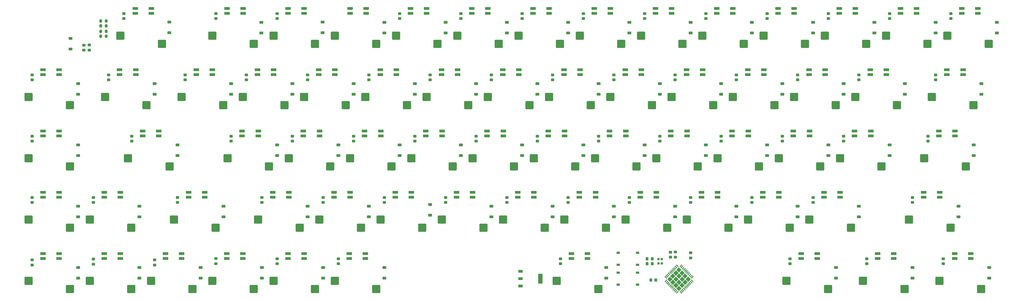
<source format=gbr>
%TF.GenerationSoftware,KiCad,Pcbnew,7.0.6*%
%TF.CreationDate,2024-03-18T14:57:41-04:00*%
%TF.ProjectId,Loadstar_70,4c6f6164-7374-4617-925f-37302e6b6963,rev?*%
%TF.SameCoordinates,Original*%
%TF.FileFunction,Paste,Top*%
%TF.FilePolarity,Positive*%
%FSLAX46Y46*%
G04 Gerber Fmt 4.6, Leading zero omitted, Abs format (unit mm)*
G04 Created by KiCad (PCBNEW 7.0.6) date 2024-03-18 14:57:41*
%MOMM*%
%LPD*%
G01*
G04 APERTURE LIST*
G04 Aperture macros list*
%AMRoundRect*
0 Rectangle with rounded corners*
0 $1 Rounding radius*
0 $2 $3 $4 $5 $6 $7 $8 $9 X,Y pos of 4 corners*
0 Add a 4 corners polygon primitive as box body*
4,1,4,$2,$3,$4,$5,$6,$7,$8,$9,$2,$3,0*
0 Add four circle primitives for the rounded corners*
1,1,$1+$1,$2,$3*
1,1,$1+$1,$4,$5*
1,1,$1+$1,$6,$7*
1,1,$1+$1,$8,$9*
0 Add four rect primitives between the rounded corners*
20,1,$1+$1,$2,$3,$4,$5,0*
20,1,$1+$1,$4,$5,$6,$7,0*
20,1,$1+$1,$6,$7,$8,$9,0*
20,1,$1+$1,$8,$9,$2,$3,0*%
%AMRotRect*
0 Rectangle, with rotation*
0 The origin of the aperture is its center*
0 $1 length*
0 $2 width*
0 $3 Rotation angle, in degrees counterclockwise*
0 Add horizontal line*
21,1,$1,$2,0,0,$3*%
G04 Aperture macros list end*
%ADD10RoundRect,0.225000X0.250000X-0.225000X0.250000X0.225000X-0.250000X0.225000X-0.250000X-0.225000X0*%
%ADD11RoundRect,0.225000X-0.375000X0.225000X-0.375000X-0.225000X0.375000X-0.225000X0.375000X0.225000X0*%
%ADD12R,1.803400X0.812800*%
%ADD13RoundRect,0.225000X0.225000X0.250000X-0.225000X0.250000X-0.225000X-0.250000X0.225000X-0.250000X0*%
%ADD14RoundRect,0.225000X-0.225000X-0.250000X0.225000X-0.250000X0.225000X0.250000X-0.225000X0.250000X0*%
%ADD15RoundRect,0.225000X-0.250000X0.225000X-0.250000X-0.225000X0.250000X-0.225000X0.250000X0.225000X0*%
%ADD16RoundRect,0.200000X-0.200000X-0.275000X0.200000X-0.275000X0.200000X0.275000X-0.200000X0.275000X0*%
%ADD17R,1.000000X0.700000*%
%ADD18RotRect,0.249200X0.893200X315.000000*%
%ADD19RotRect,0.249200X0.893200X225.000000*%
%ADD20R,0.700000X0.750000*%
%ADD21R,1.450000X0.900001*%
%ADD22R,1.450000X3.149999*%
%ADD23RoundRect,0.218750X0.256250X-0.218750X0.256250X0.218750X-0.256250X0.218750X-0.256250X-0.218750X0*%
%ADD24RoundRect,0.200000X-0.275000X0.200000X-0.275000X-0.200000X0.275000X-0.200000X0.275000X0.200000X0*%
%ADD25RoundRect,0.250000X-1.025000X-1.000000X1.025000X-1.000000X1.025000X1.000000X-1.025000X1.000000X0*%
G04 APERTURE END LIST*
%TO.C,U1*%
G36*
X229962580Y-144240000D02*
G01*
X229149407Y-145053173D01*
X228336235Y-144240000D01*
X229149407Y-143426827D01*
X229962580Y-144240000D01*
G37*
G36*
X229007986Y-143285406D02*
G01*
X228194813Y-144098579D01*
X227381641Y-143285406D01*
X228194813Y-142472233D01*
X229007986Y-143285406D01*
G37*
G36*
X228053392Y-142330812D02*
G01*
X227240219Y-143143984D01*
X226427046Y-142330812D01*
X227240219Y-141517639D01*
X228053392Y-142330812D01*
G37*
G36*
X227098798Y-141376218D02*
G01*
X226285625Y-142189390D01*
X225472452Y-141376218D01*
X226285625Y-140563045D01*
X227098798Y-141376218D01*
G37*
G36*
X229007986Y-145194594D02*
G01*
X228194813Y-146007767D01*
X227381641Y-145194594D01*
X228194813Y-144381421D01*
X229007986Y-145194594D01*
G37*
G36*
X228053392Y-144240000D02*
G01*
X227240219Y-145053173D01*
X226427046Y-144240000D01*
X227240219Y-143426827D01*
X228053392Y-144240000D01*
G37*
G36*
X227098798Y-143285406D02*
G01*
X226285625Y-144098579D01*
X225472452Y-143285406D01*
X226285625Y-142472233D01*
X227098798Y-143285406D01*
G37*
G36*
X226144204Y-142330812D02*
G01*
X225331031Y-143143984D01*
X224517858Y-142330812D01*
X225331031Y-141517639D01*
X226144204Y-142330812D01*
G37*
G36*
X228053392Y-146149188D02*
G01*
X227240219Y-146962361D01*
X226427046Y-146149188D01*
X227240219Y-145336016D01*
X228053392Y-146149188D01*
G37*
G36*
X227098798Y-145194594D02*
G01*
X226285625Y-146007767D01*
X225472452Y-145194594D01*
X226285625Y-144381421D01*
X227098798Y-145194594D01*
G37*
G36*
X226144204Y-144240000D02*
G01*
X225331031Y-145053173D01*
X224517858Y-144240000D01*
X225331031Y-143426827D01*
X226144204Y-144240000D01*
G37*
G36*
X225189609Y-143285406D02*
G01*
X224376437Y-144098579D01*
X223563264Y-143285406D01*
X224376437Y-142472233D01*
X225189609Y-143285406D01*
G37*
G36*
X227098798Y-147103782D02*
G01*
X226285625Y-147916955D01*
X225472452Y-147103782D01*
X226285625Y-146290610D01*
X227098798Y-147103782D01*
G37*
G36*
X226144204Y-146149188D02*
G01*
X225331031Y-146962361D01*
X224517858Y-146149188D01*
X225331031Y-145336016D01*
X226144204Y-146149188D01*
G37*
G36*
X225189609Y-145194594D02*
G01*
X224376437Y-146007767D01*
X223563264Y-145194594D01*
X224376437Y-144381421D01*
X225189609Y-145194594D01*
G37*
G36*
X224235015Y-144240000D02*
G01*
X223421843Y-145053173D01*
X222608670Y-144240000D01*
X223421843Y-143426827D01*
X224235015Y-144240000D01*
G37*
%TD*%
D10*
%TO.C,C63*%
X308451250Y-139443125D03*
X308451250Y-137893125D03*
%TD*%
D11*
%TO.C,D54*%
X129857500Y-121540000D03*
X129857500Y-124840000D03*
%TD*%
%TO.C,D46*%
X282257500Y-121540000D03*
X282257500Y-124840000D03*
%TD*%
D10*
%TO.C,C27*%
X167957500Y-82293125D03*
X167957500Y-80743125D03*
%TD*%
D11*
%TO.C,D61*%
X275113750Y-140590000D03*
X275113750Y-143890000D03*
%TD*%
%TO.C,D23*%
X182245000Y-83440000D03*
X182245000Y-86740000D03*
%TD*%
%TO.C,D45*%
X313213750Y-121540000D03*
X313213750Y-124840000D03*
%TD*%
D10*
%TO.C,C34*%
X25082500Y-82293125D03*
X25082500Y-80743125D03*
%TD*%
D12*
%TO.C,LED25*%
X133391275Y-80648175D03*
X133391275Y-79149575D03*
X138395075Y-79149575D03*
X138395075Y-80648175D03*
%TD*%
D11*
%TO.C,D57*%
X58420000Y-121540000D03*
X58420000Y-124840000D03*
%TD*%
D12*
%TO.C,LED54*%
X118983125Y-118748175D03*
X118983125Y-117249575D03*
X123986925Y-117249575D03*
X123986925Y-118748175D03*
%TD*%
D10*
%TO.C,C48*%
X25082500Y-101343125D03*
X25082500Y-99793125D03*
%TD*%
%TO.C,C47*%
X56038750Y-101343125D03*
X56038750Y-99793125D03*
%TD*%
D13*
%TO.C,C73*%
X217942148Y-139422250D03*
X216392148Y-139422250D03*
%TD*%
D12*
%TO.C,LED40*%
X128508125Y-99698175D03*
X128508125Y-98199575D03*
X133511925Y-98199575D03*
X133511925Y-99698175D03*
%TD*%
%TO.C,LED18*%
X266741275Y-80648175D03*
X266741275Y-79149575D03*
X271745075Y-79149575D03*
X271745075Y-80648175D03*
%TD*%
D10*
%TO.C,C4*%
X63148125Y-139833750D03*
X63148125Y-138283750D03*
%TD*%
D11*
%TO.C,D59*%
X322738750Y-140590000D03*
X322738750Y-143890000D03*
%TD*%
D10*
%TO.C,C36*%
X277495000Y-101343125D03*
X277495000Y-99793125D03*
%TD*%
D12*
%TO.C,LED8*%
X180895625Y-61598175D03*
X180895625Y-60099575D03*
X185899425Y-60099575D03*
X185899425Y-61598175D03*
%TD*%
D10*
%TO.C,C26*%
X187007500Y-82293125D03*
X187007500Y-80743125D03*
%TD*%
D11*
%TO.C,D11*%
X153670000Y-64390000D03*
X153670000Y-67690000D03*
%TD*%
%TO.C,D60*%
X298926250Y-140590000D03*
X298926250Y-143890000D03*
%TD*%
%TO.C,D26*%
X125095000Y-83440000D03*
X125095000Y-86740000D03*
%TD*%
D12*
%TO.C,LED11*%
X123999625Y-61598175D03*
X123999625Y-60099575D03*
X129003425Y-60099575D03*
X129003425Y-61598175D03*
%TD*%
D10*
%TO.C,C28*%
X148907500Y-82293125D03*
X148907500Y-80743125D03*
%TD*%
%TO.C,C23*%
X244157500Y-82293125D03*
X244157500Y-80743125D03*
%TD*%
D14*
%TO.C,C1*%
X217510625Y-144505000D03*
X219060625Y-144505000D03*
%TD*%
D11*
%TO.C,D19*%
X258445000Y-83440000D03*
X258445000Y-86740000D03*
%TD*%
%TO.C,D7*%
X229870000Y-64390000D03*
X229870000Y-67690000D03*
%TD*%
D12*
%TO.C,LED30*%
X28495625Y-80648175D03*
X28495625Y-79149575D03*
X33499425Y-79149575D03*
X33499425Y-80648175D03*
%TD*%
D15*
%TO.C,C15*%
X41135625Y-71530000D03*
X41135625Y-73080000D03*
%TD*%
D16*
%TO.C,R3*%
X46460625Y-67240000D03*
X48110625Y-67240000D03*
%TD*%
D12*
%TO.C,LED42*%
X90408125Y-99698175D03*
X90408125Y-98199575D03*
X95411925Y-98199575D03*
X95411925Y-99698175D03*
%TD*%
D11*
%TO.C,D17*%
X296545000Y-83440000D03*
X296545000Y-86740000D03*
%TD*%
%TO.C,D14*%
X96370000Y-64390000D03*
X96370000Y-67690000D03*
%TD*%
D12*
%TO.C,LED17*%
X285791275Y-80648175D03*
X285791275Y-79149575D03*
X290795075Y-79149575D03*
X290795075Y-80648175D03*
%TD*%
D11*
%TO.C,D25*%
X144145000Y-83440000D03*
X144145000Y-86740000D03*
%TD*%
D10*
%TO.C,C52*%
X229870000Y-120393125D03*
X229870000Y-118843125D03*
%TD*%
D12*
%TO.C,LED65*%
X85645625Y-137798175D03*
X85645625Y-136299575D03*
X90649425Y-136299575D03*
X90649425Y-137798175D03*
%TD*%
%TO.C,LED56*%
X73739375Y-118748175D03*
X73739375Y-117249575D03*
X78743175Y-117249575D03*
X78743175Y-118748175D03*
%TD*%
%TO.C,LED23*%
X171491275Y-80648175D03*
X171491275Y-79149575D03*
X176495075Y-79149575D03*
X176495075Y-80648175D03*
%TD*%
D10*
%TO.C,C33*%
X48895000Y-82293125D03*
X48895000Y-80743125D03*
%TD*%
D12*
%TO.C,LED28*%
X76120625Y-80648175D03*
X76120625Y-79149575D03*
X81124425Y-79149575D03*
X81124425Y-80648175D03*
%TD*%
D10*
%TO.C,C50*%
X267970000Y-120393125D03*
X267970000Y-118843125D03*
%TD*%
%TO.C,C30*%
X110807500Y-82293125D03*
X110807500Y-80743125D03*
%TD*%
D12*
%TO.C,LED60*%
X288051875Y-137798175D03*
X288051875Y-136299575D03*
X293055675Y-136299575D03*
X293055675Y-137798175D03*
%TD*%
D10*
%TO.C,C13*%
X158432500Y-63243125D03*
X158432500Y-61693125D03*
%TD*%
%TO.C,C39*%
X220345000Y-101343125D03*
X220345000Y-99793125D03*
%TD*%
D11*
%TO.C,D48*%
X244157500Y-121540000D03*
X244157500Y-124840000D03*
%TD*%
D12*
%TO.C,LED2*%
X295195625Y-61598175D03*
X295195625Y-60099575D03*
X300199425Y-60099575D03*
X300199425Y-61598175D03*
%TD*%
D10*
%TO.C,C42*%
X163195000Y-101343125D03*
X163195000Y-99793125D03*
%TD*%
D12*
%TO.C,LED37*%
X185658125Y-99698175D03*
X185658125Y-98199575D03*
X190661925Y-98199575D03*
X190661925Y-99698175D03*
%TD*%
D17*
%TO.C,Boot1*%
X207385625Y-142255000D03*
X213385625Y-142255000D03*
X207385625Y-145955000D03*
X213385625Y-145955000D03*
%TD*%
D10*
%TO.C,C60*%
X70326250Y-120393125D03*
X70326250Y-118843125D03*
%TD*%
D11*
%TO.C,D15*%
X67795000Y-64340000D03*
X67795000Y-67640000D03*
%TD*%
D10*
%TO.C,C14*%
X139382500Y-63243125D03*
X139382500Y-61693125D03*
%TD*%
%TO.C,C53*%
X210820000Y-120393125D03*
X210820000Y-118843125D03*
%TD*%
D17*
%TO.C,Reset1*%
X207385625Y-136055000D03*
X213385625Y-136055000D03*
X207385625Y-139755000D03*
X213385625Y-139755000D03*
%TD*%
D12*
%TO.C,LED38*%
X166608125Y-99698175D03*
X166608125Y-98199575D03*
X171611925Y-98199575D03*
X171611925Y-99698175D03*
%TD*%
%TO.C,LED27*%
X95170625Y-80648175D03*
X95170625Y-79149575D03*
X100174425Y-79149575D03*
X100174425Y-80648175D03*
%TD*%
D11*
%TO.C,D36*%
X215582500Y-102490000D03*
X215582500Y-105790000D03*
%TD*%
%TO.C,D31*%
X317976250Y-102490000D03*
X317976250Y-105790000D03*
%TD*%
D10*
%TO.C,C43*%
X144145000Y-101343125D03*
X144145000Y-99793125D03*
%TD*%
D11*
%TO.C,D63*%
X134620000Y-140590000D03*
X134620000Y-143890000D03*
%TD*%
D12*
%TO.C,LED57*%
X47545625Y-118748175D03*
X47545625Y-117249575D03*
X52549425Y-117249575D03*
X52549425Y-118748175D03*
%TD*%
%TO.C,LED59*%
X311985025Y-137798175D03*
X311985025Y-136299575D03*
X316988825Y-136299575D03*
X316988825Y-137798175D03*
%TD*%
%TO.C,LED16*%
X309603775Y-80648175D03*
X309603775Y-79149575D03*
X314607575Y-79149575D03*
X314607575Y-80648175D03*
%TD*%
D11*
%TO.C,D58*%
X39370000Y-121540000D03*
X39370000Y-124840000D03*
%TD*%
%TO.C,D34*%
X253682500Y-102490000D03*
X253682500Y-105790000D03*
%TD*%
D10*
%TO.C,C58*%
X115570000Y-120393125D03*
X115570000Y-118843125D03*
%TD*%
%TO.C,C5*%
X310832500Y-63243125D03*
X310832500Y-61693125D03*
%TD*%
D11*
%TO.C,D6*%
X248920000Y-64390000D03*
X248920000Y-67690000D03*
%TD*%
%TO.C,D41*%
X120332500Y-102490000D03*
X120332500Y-105790000D03*
%TD*%
D10*
%TO.C,C55*%
X172720000Y-120393125D03*
X172720000Y-118843125D03*
%TD*%
D11*
%TO.C,D49*%
X225107500Y-121540000D03*
X225107500Y-124840000D03*
%TD*%
D18*
%TO.C,U1*%
X230391511Y-143669648D03*
X230037959Y-143316095D03*
X229684404Y-142962541D03*
X229330852Y-142608988D03*
X228977297Y-142255433D03*
X228623744Y-141901881D03*
X228270192Y-141548328D03*
X227916637Y-141194773D03*
X227563084Y-140841221D03*
X227209530Y-140487666D03*
X226855977Y-140134114D03*
D19*
X225715273Y-140134114D03*
X225361720Y-140487666D03*
X225008166Y-140841221D03*
X224654613Y-141194773D03*
X224301058Y-141548328D03*
X223947506Y-141901881D03*
X223593953Y-142255433D03*
X223240398Y-142608988D03*
X222886846Y-142962541D03*
X222533291Y-143316095D03*
X222179739Y-143669648D03*
D18*
X222179739Y-144810352D03*
X222533291Y-145163905D03*
X222886846Y-145517459D03*
X223240398Y-145871012D03*
X223593953Y-146224567D03*
X223947506Y-146578119D03*
X224301058Y-146931672D03*
X224654613Y-147285227D03*
X225008166Y-147638779D03*
X225361720Y-147992334D03*
X225715273Y-148345886D03*
D19*
X226855977Y-148345886D03*
X227209530Y-147992334D03*
X227563084Y-147638779D03*
X227916637Y-147285227D03*
X228270192Y-146931672D03*
X228623744Y-146578119D03*
X228977297Y-146224567D03*
X229330852Y-145871012D03*
X229684404Y-145517459D03*
X230037959Y-145163905D03*
X230391511Y-144810352D03*
%TD*%
D12*
%TO.C,LED46*%
X271383125Y-118748175D03*
X271383125Y-117249575D03*
X276386925Y-117249575D03*
X276386925Y-118748175D03*
%TD*%
%TO.C,LED64*%
X104695625Y-137798175D03*
X104695625Y-136299575D03*
X109699425Y-136299575D03*
X109699425Y-137798175D03*
%TD*%
%TO.C,LED52*%
X157083125Y-118748175D03*
X157083125Y-117249575D03*
X162086925Y-117249575D03*
X162086925Y-118748175D03*
%TD*%
D10*
%TO.C,C7*%
X272732500Y-63243125D03*
X272732500Y-61693125D03*
%TD*%
D12*
%TO.C,LED31*%
X307101875Y-99698175D03*
X307101875Y-98199575D03*
X312105675Y-98199575D03*
X312105675Y-99698175D03*
%TD*%
D10*
%TO.C,C3*%
X25082500Y-139833750D03*
X25082500Y-138283750D03*
%TD*%
%TO.C,C6*%
X291782500Y-63243125D03*
X291782500Y-61693125D03*
%TD*%
%TO.C,C44*%
X125095000Y-101343125D03*
X125095000Y-99793125D03*
%TD*%
D12*
%TO.C,LED21*%
X209591275Y-80648175D03*
X209591275Y-79149575D03*
X214595075Y-79149575D03*
X214595075Y-80648175D03*
%TD*%
%TO.C,LED5*%
X238045625Y-61598175D03*
X238045625Y-60099575D03*
X243049425Y-60099575D03*
X243049425Y-61598175D03*
%TD*%
D10*
%TO.C,C31*%
X91757500Y-82293125D03*
X91757500Y-80743125D03*
%TD*%
%TO.C,C20*%
X306070000Y-82293125D03*
X306070000Y-80743125D03*
%TD*%
D12*
%TO.C,LED24*%
X152441275Y-80648175D03*
X152441275Y-79149575D03*
X157445075Y-79149575D03*
X157445075Y-80648175D03*
%TD*%
D11*
%TO.C,D13*%
X115420000Y-64340000D03*
X115420000Y-67640000D03*
%TD*%
%TO.C,D33*%
X272732500Y-102490000D03*
X272732500Y-105790000D03*
%TD*%
D12*
%TO.C,LED35*%
X223758125Y-99698175D03*
X223758125Y-98199575D03*
X228761925Y-98199575D03*
X228761925Y-99698175D03*
%TD*%
D10*
%TO.C,C64*%
X284638750Y-139443125D03*
X284638750Y-137893125D03*
%TD*%
%TO.C,C11*%
X196532500Y-63243125D03*
X196532500Y-61693125D03*
%TD*%
%TO.C,C35*%
X303688750Y-101343125D03*
X303688750Y-99793125D03*
%TD*%
D12*
%TO.C,LED44*%
X28495625Y-99698175D03*
X28495625Y-98199575D03*
X33499425Y-98199575D03*
X33499425Y-99698175D03*
%TD*%
%TO.C,LED68*%
X28495625Y-137798175D03*
X28495625Y-136299575D03*
X33499425Y-136299575D03*
X33499425Y-137798175D03*
%TD*%
D10*
%TO.C,C19*%
X82232500Y-139418125D03*
X82232500Y-137868125D03*
%TD*%
%TO.C,C57*%
X134620000Y-120393125D03*
X134620000Y-118843125D03*
%TD*%
D11*
%TO.C,D39*%
X158432500Y-102490000D03*
X158432500Y-105790000D03*
%TD*%
%TO.C,D21*%
X220345000Y-83440000D03*
X220345000Y-86740000D03*
%TD*%
D12*
%TO.C,LED43*%
X59451875Y-99698175D03*
X59451875Y-98199575D03*
X64455675Y-98199575D03*
X64455675Y-99698175D03*
%TD*%
D11*
%TO.C,D2*%
X325120000Y-64390000D03*
X325120000Y-67690000D03*
%TD*%
D10*
%TO.C,C38*%
X239395000Y-101343125D03*
X239395000Y-99793125D03*
%TD*%
D11*
%TO.C,D4*%
X287020000Y-64390000D03*
X287020000Y-67690000D03*
%TD*%
%TO.C,D67*%
X58420000Y-140590000D03*
X58420000Y-143890000D03*
%TD*%
D12*
%TO.C,LED7*%
X199945625Y-61598175D03*
X199945625Y-60099575D03*
X204949425Y-60099575D03*
X204949425Y-61598175D03*
%TD*%
%TO.C,LED41*%
X109458125Y-99698175D03*
X109458125Y-98199575D03*
X114461925Y-98199575D03*
X114461925Y-99698175D03*
%TD*%
%TO.C,LED48*%
X233283125Y-118748175D03*
X233283125Y-117249575D03*
X238286925Y-117249575D03*
X238286925Y-118748175D03*
%TD*%
D11*
%TO.C,D40*%
X139382500Y-102490000D03*
X139382500Y-105790000D03*
%TD*%
D12*
%TO.C,LED66*%
X66595625Y-137798175D03*
X66595625Y-136299575D03*
X71599425Y-136299575D03*
X71599425Y-137798175D03*
%TD*%
D11*
%TO.C,D38*%
X177482500Y-102490000D03*
X177482500Y-105790000D03*
%TD*%
D16*
%TO.C,R4*%
X46460625Y-68740000D03*
X48110625Y-68740000D03*
%TD*%
D12*
%TO.C,LED14*%
X57159525Y-61598175D03*
X57159525Y-60099575D03*
X62163325Y-60099575D03*
X62163325Y-61598175D03*
%TD*%
D15*
%TO.C,C71*%
X44132500Y-138025000D03*
X44132500Y-139575000D03*
%TD*%
D12*
%TO.C,LED3*%
X276145625Y-61598175D03*
X276145625Y-60099575D03*
X281149425Y-60099575D03*
X281149425Y-61598175D03*
%TD*%
%TO.C,LED67*%
X47545625Y-137798175D03*
X47545625Y-136299575D03*
X52549425Y-136299575D03*
X52549425Y-137798175D03*
%TD*%
%TO.C,LED39*%
X147558125Y-99698175D03*
X147558125Y-98199575D03*
X152561925Y-98199575D03*
X152561925Y-99698175D03*
%TD*%
%TO.C,LED1*%
X314245625Y-61598175D03*
X314245625Y-60099575D03*
X319249425Y-60099575D03*
X319249425Y-61598175D03*
%TD*%
D11*
%TO.C,D28*%
X86995000Y-83440000D03*
X86995000Y-86740000D03*
%TD*%
%TO.C,D30*%
X39370000Y-83440000D03*
X39370000Y-86740000D03*
%TD*%
D12*
%TO.C,LED47*%
X252333125Y-118748175D03*
X252333125Y-117249575D03*
X257336925Y-117249575D03*
X257336925Y-118748175D03*
%TD*%
D10*
%TO.C,C61*%
X44132500Y-120393125D03*
X44132500Y-118843125D03*
%TD*%
D13*
%TO.C,C72*%
X217942148Y-137898250D03*
X216392148Y-137898250D03*
%TD*%
D11*
%TO.C,D27*%
X106045000Y-83440000D03*
X106045000Y-86740000D03*
%TD*%
D12*
%TO.C,LED50*%
X195303775Y-118748175D03*
X195303775Y-117249575D03*
X200307575Y-117249575D03*
X200307575Y-118748175D03*
%TD*%
D11*
%TO.C,D42*%
X101282500Y-102490000D03*
X101282500Y-105790000D03*
%TD*%
%TO.C,D50*%
X206057500Y-121540000D03*
X206057500Y-124840000D03*
%TD*%
D12*
%TO.C,LED45*%
X302339375Y-118748175D03*
X302339375Y-117249575D03*
X307343175Y-117249575D03*
X307343175Y-118748175D03*
%TD*%
D10*
%TO.C,C59*%
X96520000Y-120393125D03*
X96520000Y-118843125D03*
%TD*%
D16*
%TO.C,R1*%
X46460625Y-63990000D03*
X48110625Y-63990000D03*
%TD*%
D10*
%TO.C,C9*%
X234632500Y-63243125D03*
X234632500Y-61693125D03*
%TD*%
D12*
%TO.C,LED20*%
X228641275Y-80648175D03*
X228641275Y-79149575D03*
X233645075Y-79149575D03*
X233645075Y-80648175D03*
%TD*%
D11*
%TO.C,D37*%
X196532500Y-102490000D03*
X196532500Y-105790000D03*
%TD*%
D12*
%TO.C,LED63*%
X123745625Y-137798175D03*
X123745625Y-136299575D03*
X128749425Y-136299575D03*
X128749425Y-137798175D03*
%TD*%
D10*
%TO.C,C49*%
X298926250Y-120393125D03*
X298926250Y-118843125D03*
%TD*%
D12*
%TO.C,LED4*%
X257095625Y-61598175D03*
X257095625Y-60099575D03*
X262099425Y-60099575D03*
X262099425Y-61598175D03*
%TD*%
D11*
%TO.C,D29*%
X63182500Y-83440000D03*
X63182500Y-86740000D03*
%TD*%
D15*
%TO.C,C70*%
X229885625Y-136080000D03*
X229885625Y-137630000D03*
%TD*%
D20*
%TO.C,Y1*%
X220915273Y-139335250D03*
X220915273Y-137985250D03*
X219915273Y-137985250D03*
X219915273Y-139335250D03*
%TD*%
D12*
%TO.C,LED49*%
X214233125Y-118748175D03*
X214233125Y-117249575D03*
X219236925Y-117249575D03*
X219236925Y-118748175D03*
%TD*%
D11*
%TO.C,D55*%
X110807500Y-121540000D03*
X110807500Y-124840000D03*
%TD*%
D10*
%TO.C,C41*%
X182245000Y-101343125D03*
X182245000Y-99793125D03*
%TD*%
D11*
%TO.C,D64*%
X115570000Y-140590000D03*
X115570000Y-143890000D03*
%TD*%
D10*
%TO.C,C22*%
X263207500Y-82293125D03*
X263207500Y-80743125D03*
%TD*%
D11*
%TO.C,D62*%
X203676250Y-140590000D03*
X203676250Y-143890000D03*
%TD*%
D12*
%TO.C,LED26*%
X114220625Y-80648175D03*
X114220625Y-79149575D03*
X119224425Y-79149575D03*
X119224425Y-80648175D03*
%TD*%
D10*
%TO.C,C16*%
X101282500Y-63243125D03*
X101282500Y-61693125D03*
%TD*%
D11*
%TO.C,D3*%
X306070000Y-64390000D03*
X306070000Y-67690000D03*
%TD*%
D12*
%TO.C,LED55*%
X99933125Y-118748175D03*
X99933125Y-117249575D03*
X104936925Y-117249575D03*
X104936925Y-118748175D03*
%TD*%
D10*
%TO.C,C32*%
X72707500Y-82293125D03*
X72707500Y-80743125D03*
%TD*%
D11*
%TO.C,D20*%
X239395000Y-83440000D03*
X239395000Y-86740000D03*
%TD*%
D10*
%TO.C,C65*%
X260826250Y-139443125D03*
X260826250Y-137893125D03*
%TD*%
D11*
%TO.C,D43*%
X70326250Y-102490000D03*
X70326250Y-105790000D03*
%TD*%
D10*
%TO.C,C24*%
X225107500Y-82293125D03*
X225107500Y-80743125D03*
%TD*%
D12*
%TO.C,LED10*%
X142795625Y-61598175D03*
X142795625Y-60099575D03*
X147799425Y-60099575D03*
X147799425Y-61598175D03*
%TD*%
D10*
%TO.C,C29*%
X129857500Y-82293125D03*
X129857500Y-80743125D03*
%TD*%
D12*
%TO.C,LED62*%
X192801875Y-137798175D03*
X192801875Y-136299575D03*
X197805675Y-136299575D03*
X197805675Y-137798175D03*
%TD*%
D11*
%TO.C,D1*%
X37035625Y-69440000D03*
X37035625Y-72740000D03*
%TD*%
D10*
%TO.C,C12*%
X177482500Y-63243125D03*
X177482500Y-61693125D03*
%TD*%
D11*
%TO.C,D53*%
X148907500Y-121080625D03*
X148907500Y-124380625D03*
%TD*%
D12*
%TO.C,LED6*%
X218995625Y-61598175D03*
X218995625Y-60099575D03*
X223999425Y-60099575D03*
X223999425Y-61598175D03*
%TD*%
%TO.C,LED13*%
X85740875Y-61598175D03*
X85740875Y-60099575D03*
X90744675Y-60099575D03*
X90744675Y-61598175D03*
%TD*%
%TO.C,LED29*%
X52308125Y-80648175D03*
X52308125Y-79149575D03*
X57311925Y-79149575D03*
X57311925Y-80648175D03*
%TD*%
D11*
%TO.C,D47*%
X263207500Y-121540000D03*
X263207500Y-124840000D03*
%TD*%
D10*
%TO.C,C56*%
X153670000Y-120393125D03*
X153670000Y-118843125D03*
%TD*%
D12*
%TO.C,LED12*%
X104695625Y-61598175D03*
X104695625Y-60099575D03*
X109699425Y-60099575D03*
X109699425Y-61598175D03*
%TD*%
%TO.C,LED9*%
X161845625Y-61598175D03*
X161845625Y-60099575D03*
X166849425Y-60099575D03*
X166849425Y-61598175D03*
%TD*%
D11*
%TO.C,D18*%
X277495000Y-83440000D03*
X277495000Y-86740000D03*
%TD*%
%TO.C,D8*%
X210820000Y-64390000D03*
X210820000Y-67690000D03*
%TD*%
%TO.C,D65*%
X96520000Y-140590000D03*
X96520000Y-143890000D03*
%TD*%
D16*
%TO.C,R2*%
X46460625Y-65548125D03*
X48110625Y-65548125D03*
%TD*%
D11*
%TO.C,D52*%
X167957500Y-121540000D03*
X167957500Y-124840000D03*
%TD*%
%TO.C,D66*%
X77470000Y-140590000D03*
X77470000Y-143890000D03*
%TD*%
D21*
%TO.C,U2*%
X176985625Y-141805000D03*
X176985625Y-144105000D03*
X176985625Y-146405000D03*
D22*
X183135625Y-144105000D03*
%TD*%
D12*
%TO.C,LED61*%
X264239375Y-137798175D03*
X264239375Y-136299575D03*
X269243175Y-136299575D03*
X269243175Y-137798175D03*
%TD*%
%TO.C,LED51*%
X176133125Y-118748175D03*
X176133125Y-117249575D03*
X181136925Y-117249575D03*
X181136925Y-118748175D03*
%TD*%
%TO.C,LED58*%
X28495625Y-118748175D03*
X28495625Y-117249575D03*
X33499425Y-117249575D03*
X33499425Y-118748175D03*
%TD*%
D10*
%TO.C,C68*%
X101282500Y-139443125D03*
X101282500Y-137893125D03*
%TD*%
D12*
%TO.C,LED53*%
X138033125Y-118748175D03*
X138033125Y-117249575D03*
X143036925Y-117249575D03*
X143036925Y-118748175D03*
%TD*%
%TO.C,LED36*%
X204708125Y-99698175D03*
X204708125Y-98199575D03*
X209711925Y-98199575D03*
X209711925Y-99698175D03*
%TD*%
D10*
%TO.C,C21*%
X282257500Y-82293125D03*
X282257500Y-80743125D03*
%TD*%
D11*
%TO.C,D5*%
X267970000Y-64390000D03*
X267970000Y-67690000D03*
%TD*%
%TO.C,D22*%
X201295000Y-83440000D03*
X201295000Y-86740000D03*
%TD*%
%TO.C,D44*%
X39370000Y-102490000D03*
X39370000Y-105790000D03*
%TD*%
D12*
%TO.C,LED32*%
X280908125Y-99698175D03*
X280908125Y-98199575D03*
X285911925Y-98199575D03*
X285911925Y-99698175D03*
%TD*%
D10*
%TO.C,C40*%
X201295000Y-101343125D03*
X201295000Y-99793125D03*
%TD*%
%TO.C,C67*%
X120332500Y-139443125D03*
X120332500Y-137893125D03*
%TD*%
%TO.C,C10*%
X215582500Y-63243125D03*
X215582500Y-61693125D03*
%TD*%
D12*
%TO.C,LED19*%
X247691275Y-80648175D03*
X247691275Y-79149575D03*
X252695075Y-79149575D03*
X252695075Y-80648175D03*
%TD*%
%TO.C,LED34*%
X242808125Y-99698175D03*
X242808125Y-98199575D03*
X247811925Y-98199575D03*
X247811925Y-99698175D03*
%TD*%
D11*
%TO.C,D56*%
X84613750Y-121540000D03*
X84613750Y-124840000D03*
%TD*%
%TO.C,D10*%
X172720000Y-64390000D03*
X172720000Y-67690000D03*
%TD*%
D10*
%TO.C,C66*%
X189388750Y-139443125D03*
X189388750Y-137893125D03*
%TD*%
D23*
%TO.C,F1*%
X42860625Y-73058750D03*
X42860625Y-71483750D03*
%TD*%
D12*
%TO.C,LED33*%
X261858125Y-99698175D03*
X261858125Y-98199575D03*
X266861925Y-98199575D03*
X266861925Y-99698175D03*
%TD*%
D10*
%TO.C,C18*%
X53657500Y-63243125D03*
X53657500Y-61693125D03*
%TD*%
%TO.C,C46*%
X86995000Y-101343125D03*
X86995000Y-99793125D03*
%TD*%
%TO.C,C51*%
X248920000Y-120393125D03*
X248920000Y-118843125D03*
%TD*%
D11*
%TO.C,D12*%
X134620000Y-64390000D03*
X134620000Y-67690000D03*
%TD*%
D10*
%TO.C,C45*%
X106045000Y-101343125D03*
X106045000Y-99793125D03*
%TD*%
D11*
%TO.C,D9*%
X191770000Y-64390000D03*
X191770000Y-67690000D03*
%TD*%
D10*
%TO.C,C8*%
X253682500Y-63243125D03*
X253682500Y-61693125D03*
%TD*%
D11*
%TO.C,D16*%
X320357500Y-83440000D03*
X320357500Y-86740000D03*
%TD*%
%TO.C,D32*%
X291782500Y-102490000D03*
X291782500Y-105790000D03*
%TD*%
D12*
%TO.C,LED22*%
X190541275Y-80648175D03*
X190541275Y-79149575D03*
X195545075Y-79149575D03*
X195545075Y-80648175D03*
%TD*%
D10*
%TO.C,C25*%
X206057500Y-82293125D03*
X206057500Y-80743125D03*
%TD*%
D11*
%TO.C,D35*%
X234632500Y-102490000D03*
X234632500Y-105790000D03*
%TD*%
%TO.C,D68*%
X39370000Y-140590000D03*
X39370000Y-143890000D03*
%TD*%
D10*
%TO.C,C62*%
X25082500Y-120393125D03*
X25082500Y-118843125D03*
%TD*%
D11*
%TO.C,D51*%
X187007500Y-121540000D03*
X187007500Y-124840000D03*
%TD*%
D10*
%TO.C,C54*%
X191770000Y-120393125D03*
X191770000Y-118843125D03*
%TD*%
D11*
%TO.C,D24*%
X163195000Y-83440000D03*
X163195000Y-86740000D03*
%TD*%
D24*
%TO.C,R5*%
X225165273Y-135796250D03*
X225165273Y-137446250D03*
%TD*%
D10*
%TO.C,C17*%
X82232500Y-63243125D03*
X82232500Y-61693125D03*
%TD*%
%TO.C,C37*%
X258445000Y-101343125D03*
X258445000Y-99793125D03*
%TD*%
D15*
%TO.C,C2*%
X223665273Y-135846250D03*
X223665273Y-137396250D03*
%TD*%
D25*
%TO.C,SW45*%
X297794375Y-125730000D03*
X310721375Y-128270000D03*
%TD*%
%TO.C,SW43*%
X54906875Y-106680000D03*
X67833875Y-109220000D03*
%TD*%
%TO.C,SW34*%
X238263125Y-106680000D03*
X251190125Y-109220000D03*
%TD*%
%TO.C,SW32*%
X276363125Y-106680000D03*
X289290125Y-109220000D03*
%TD*%
%TO.C,SW62*%
X188256875Y-144780000D03*
X201183875Y-147320000D03*
%TD*%
%TO.C,SW16*%
X304938125Y-87630000D03*
X317865125Y-90170000D03*
%TD*%
%TO.C,SW10*%
X157300625Y-68580000D03*
X170227625Y-71120000D03*
%TD*%
%TO.C,SW49*%
X209688125Y-125730000D03*
X222615125Y-128270000D03*
%TD*%
%TO.C,SW41*%
X104913125Y-106680000D03*
X117840125Y-109220000D03*
%TD*%
%TO.C,SW65*%
X81100625Y-144780000D03*
X94027625Y-147320000D03*
%TD*%
%TO.C,SW60*%
X283506875Y-144780000D03*
X296433875Y-147320000D03*
%TD*%
%TO.C,SW11*%
X138250625Y-68580000D03*
X151177625Y-71120000D03*
%TD*%
%TO.C,SW47*%
X247788125Y-125730000D03*
X260715125Y-128270000D03*
%TD*%
%TO.C,SW35*%
X219213125Y-106680000D03*
X232140125Y-109220000D03*
%TD*%
%TO.C,SW13*%
X100150625Y-68580000D03*
X113077625Y-71120000D03*
%TD*%
%TO.C,SW36*%
X200163125Y-106680000D03*
X213090125Y-109220000D03*
%TD*%
%TO.C,SW63*%
X119200625Y-144780000D03*
X132127625Y-147320000D03*
%TD*%
%TO.C,SW26*%
X109675625Y-87630000D03*
X122602625Y-90170000D03*
%TD*%
%TO.C,SW24*%
X147775625Y-87630000D03*
X160702625Y-90170000D03*
%TD*%
%TO.C,SW23*%
X166825625Y-87630000D03*
X179752625Y-90170000D03*
%TD*%
%TO.C,SW28*%
X71575625Y-87630000D03*
X84502625Y-90170000D03*
%TD*%
%TO.C,SW51*%
X171588125Y-125730000D03*
X184515125Y-128270000D03*
%TD*%
%TO.C,SW15*%
X52551025Y-68580000D03*
X65478025Y-71120000D03*
%TD*%
%TO.C,SW39*%
X143013125Y-106680000D03*
X155940125Y-109220000D03*
%TD*%
%TO.C,SW54*%
X114438125Y-125730000D03*
X127365125Y-128270000D03*
%TD*%
%TO.C,SW31*%
X302556875Y-106680000D03*
X315483875Y-109220000D03*
%TD*%
%TO.C,SW20*%
X223975625Y-87630000D03*
X236902625Y-90170000D03*
%TD*%
%TO.C,SW14*%
X81100625Y-68580000D03*
X94027625Y-71120000D03*
%TD*%
%TO.C,SW22*%
X185875625Y-87630000D03*
X198802625Y-90170000D03*
%TD*%
%TO.C,SW53*%
X133488125Y-125730000D03*
X146415125Y-128270000D03*
%TD*%
%TO.C,SW3*%
X290650625Y-68580000D03*
X303577625Y-71120000D03*
%TD*%
%TO.C,SW56*%
X69194375Y-125730000D03*
X82121375Y-128270000D03*
%TD*%
%TO.C,SW38*%
X162063125Y-106680000D03*
X174990125Y-109220000D03*
%TD*%
%TO.C,SW58*%
X23950625Y-125730000D03*
X36877625Y-128270000D03*
%TD*%
%TO.C,SW55*%
X95388125Y-125730000D03*
X108315125Y-128270000D03*
%TD*%
%TO.C,SW12*%
X119200625Y-68580000D03*
X132127625Y-71120000D03*
%TD*%
%TO.C,SW17*%
X281125625Y-87630000D03*
X294052625Y-90170000D03*
%TD*%
%TO.C,SW68*%
X23950625Y-144780000D03*
X36877625Y-147320000D03*
%TD*%
%TO.C,SW37*%
X181113125Y-106680000D03*
X194040125Y-109220000D03*
%TD*%
%TO.C,SW7*%
X214450625Y-68580000D03*
X227377625Y-71120000D03*
%TD*%
%TO.C,SW2*%
X309700625Y-68580000D03*
X322627625Y-71120000D03*
%TD*%
%TO.C,SW64*%
X100150625Y-144780000D03*
X113077625Y-147320000D03*
%TD*%
%TO.C,SW48*%
X228738125Y-125730000D03*
X241665125Y-128270000D03*
%TD*%
%TO.C,SW42*%
X85863125Y-106680000D03*
X98790125Y-109220000D03*
%TD*%
%TO.C,SW67*%
X43000625Y-144780000D03*
X55927625Y-147320000D03*
%TD*%
%TO.C,SW57*%
X43000625Y-125730000D03*
X55927625Y-128270000D03*
%TD*%
%TO.C,SW19*%
X243025625Y-87630000D03*
X255952625Y-90170000D03*
%TD*%
%TO.C,SW25*%
X128725625Y-87630000D03*
X141652625Y-90170000D03*
%TD*%
%TO.C,SW61*%
X259694375Y-144780000D03*
X272621375Y-147320000D03*
%TD*%
%TO.C,SW27*%
X90625625Y-87630000D03*
X103552625Y-90170000D03*
%TD*%
%TO.C,SW66*%
X62050625Y-144780000D03*
X74977625Y-147320000D03*
%TD*%
%TO.C,SW9*%
X176350625Y-68580000D03*
X189277625Y-71120000D03*
%TD*%
%TO.C,SW44*%
X23950625Y-106680000D03*
X36877625Y-109220000D03*
%TD*%
%TO.C,SW40*%
X123963125Y-106680000D03*
X136890125Y-109220000D03*
%TD*%
%TO.C,SW50*%
X190638125Y-125730000D03*
X203565125Y-128270000D03*
%TD*%
%TO.C,SW4*%
X271600625Y-68580000D03*
X284527625Y-71120000D03*
%TD*%
%TO.C,SW18*%
X262075625Y-87630000D03*
X275002625Y-90170000D03*
%TD*%
%TO.C,SW5*%
X252550625Y-68580000D03*
X265477625Y-71120000D03*
%TD*%
%TO.C,SW29*%
X47763125Y-87630000D03*
X60690125Y-90170000D03*
%TD*%
%TO.C,SW52*%
X152538125Y-125730000D03*
X165465125Y-128270000D03*
%TD*%
%TO.C,SW30*%
X23950625Y-87630000D03*
X36877625Y-90170000D03*
%TD*%
%TO.C,SW46*%
X266838125Y-125730000D03*
X279765125Y-128270000D03*
%TD*%
%TO.C,SW8*%
X195400625Y-68580000D03*
X208327625Y-71120000D03*
%TD*%
%TO.C,SW6*%
X233500625Y-68580000D03*
X246427625Y-71120000D03*
%TD*%
%TO.C,SW59*%
X307319375Y-144780000D03*
X320246375Y-147320000D03*
%TD*%
%TO.C,SW33*%
X257313125Y-106680000D03*
X270240125Y-109220000D03*
%TD*%
%TO.C,SW21*%
X204925625Y-87630000D03*
X217852625Y-90170000D03*
%TD*%
M02*

</source>
